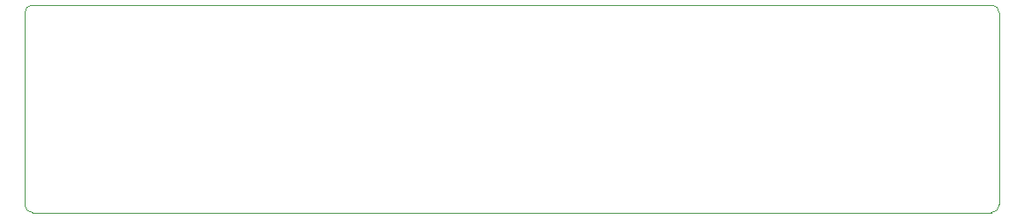
<source format=gm1>
%TF.GenerationSoftware,KiCad,Pcbnew,(5.99.0-12610-g07e01e6297)*%
%TF.CreationDate,2021-11-08T11:22:45+00:00*%
%TF.ProjectId,piccolo-mini,70696363-6f6c-46f2-9d6d-696e692e6b69,rev?*%
%TF.SameCoordinates,Original*%
%TF.FileFunction,Profile,NP*%
%FSLAX46Y46*%
G04 Gerber Fmt 4.6, Leading zero omitted, Abs format (unit mm)*
G04 Created by KiCad (PCBNEW (5.99.0-12610-g07e01e6297)) date 2021-11-08 11:22:45*
%MOMM*%
%LPD*%
G01*
G04 APERTURE LIST*
%TA.AperFunction,Profile*%
%ADD10C,0.050000*%
%TD*%
G04 APERTURE END LIST*
D10*
X230219250Y-98298000D02*
X230219250Y-79248000D01*
X229425500Y-78454250D02*
X134138000Y-78454250D01*
X134138000Y-99091750D02*
X229425500Y-99091750D01*
X133344250Y-79248000D02*
X133344250Y-98298000D01*
X229425500Y-78454250D02*
G75*
G02*
X230219250Y-79248000I0J-793750D01*
G01*
X134138000Y-99091750D02*
G75*
G02*
X133344250Y-98298000I0J793750D01*
G01*
X230219250Y-98298000D02*
G75*
G02*
X229425500Y-99091750I-793750J0D01*
G01*
X133344250Y-79248000D02*
G75*
G02*
X134138000Y-78454250I793750J0D01*
G01*
M02*

</source>
